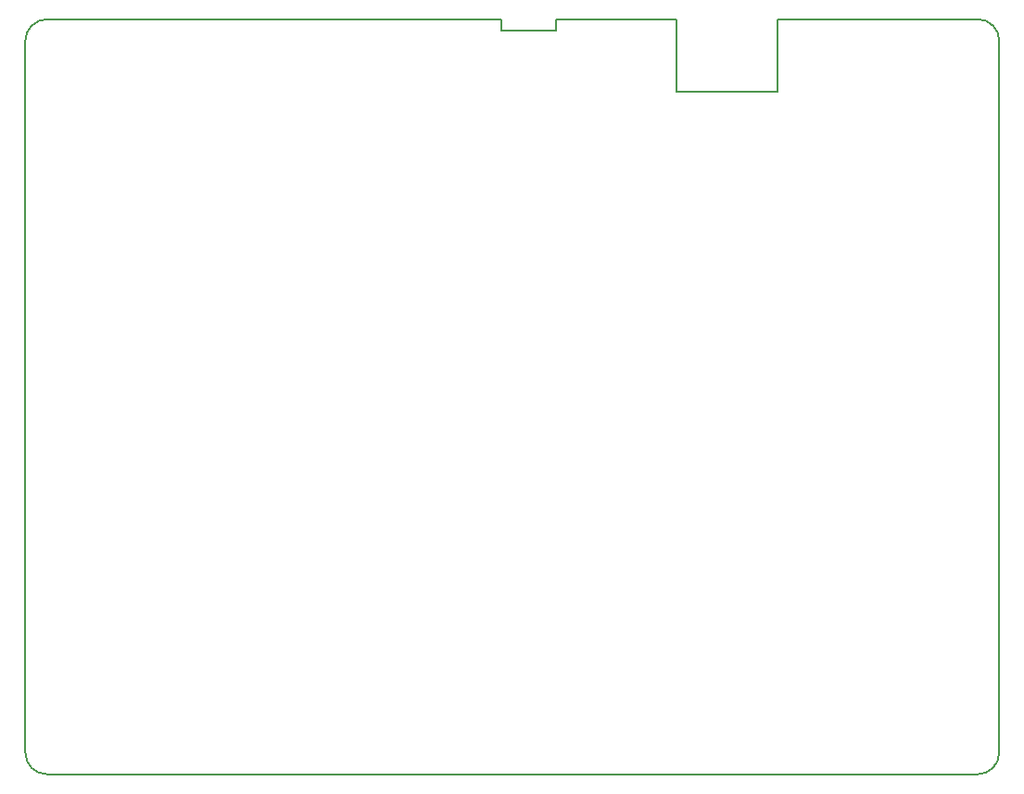
<source format=gm1>
G04 #@! TF.GenerationSoftware,KiCad,Pcbnew,(5.0.0)*
G04 #@! TF.CreationDate,2018-09-09T11:50:12+09:00*
G04 #@! TF.ProjectId,ZynqBoard2,5A796E71426F617264322E6B69636164,rev?*
G04 #@! TF.SameCoordinates,Original*
G04 #@! TF.FileFunction,Profile,NP*
%FSLAX46Y46*%
G04 Gerber Fmt 4.6, Leading zero omitted, Abs format (unit mm)*
G04 Created by KiCad (PCBNEW (5.0.0)) date 09/09/18 11:50:12*
%MOMM*%
%LPD*%
G01*
G04 APERTURE LIST*
%ADD10C,0.150000*%
G04 APERTURE END LIST*
D10*
X33000000Y-128000000D02*
G75*
G02X31000000Y-126000000I0J2000000D01*
G01*
X120000000Y-126000000D02*
G75*
G02X118000000Y-128000000I-2000000J0D01*
G01*
X118000000Y-59000000D02*
G75*
G02X120000000Y-61000000I0J-2000000D01*
G01*
X31000000Y-61000000D02*
G75*
G02X33000000Y-59000000I2000000J0D01*
G01*
X74500000Y-59000000D02*
X33000000Y-59000000D01*
X74500000Y-60000000D02*
X74500000Y-59000000D01*
X79500000Y-60000000D02*
X74500000Y-60000000D01*
X79500000Y-59000000D02*
X79500000Y-60000000D01*
X90500000Y-59000000D02*
X79500000Y-59000000D01*
X90500000Y-65600000D02*
X90500000Y-59000000D01*
X99700000Y-65600000D02*
X90500000Y-65600000D01*
X99700000Y-59000000D02*
X99700000Y-65600000D01*
X100000000Y-59000000D02*
X99700000Y-59000000D01*
X118000000Y-59000000D02*
X100000000Y-59000000D01*
X120000000Y-126000000D02*
X120000000Y-61000000D01*
X33000000Y-128000000D02*
X118000000Y-128000000D01*
X31000000Y-61000000D02*
X31000000Y-126000000D01*
M02*

</source>
